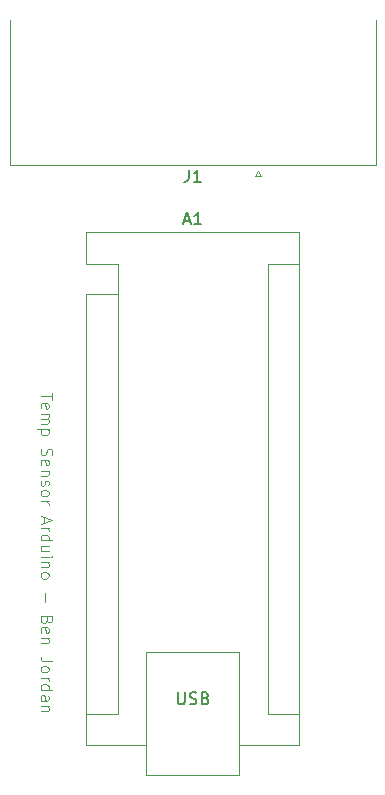
<source format=gto>
%TF.GenerationSoftware,KiCad,Pcbnew,8.0.3*%
%TF.CreationDate,2024-07-08T14:58:30-04:00*%
%TF.ProjectId,TempSensorArduino,54656d70-5365-46e7-936f-724172647569,rev?*%
%TF.SameCoordinates,Original*%
%TF.FileFunction,Legend,Top*%
%TF.FilePolarity,Positive*%
%FSLAX46Y46*%
G04 Gerber Fmt 4.6, Leading zero omitted, Abs format (unit mm)*
G04 Created by KiCad (PCBNEW 8.0.3) date 2024-07-08 14:58:30*
%MOMM*%
%LPD*%
G01*
G04 APERTURE LIST*
%ADD10C,0.100000*%
%ADD11C,0.150000*%
%ADD12C,0.120000*%
%ADD13R,1.600000X1.600000*%
%ADD14O,1.600000X1.600000*%
%ADD15C,4.000000*%
%ADD16C,1.600000*%
G04 APERTURE END LIST*
D10*
X143627580Y-93661027D02*
X143627580Y-94232455D01*
X142627580Y-93946741D02*
X143627580Y-93946741D01*
X142675200Y-94946741D02*
X142627580Y-94851503D01*
X142627580Y-94851503D02*
X142627580Y-94661027D01*
X142627580Y-94661027D02*
X142675200Y-94565789D01*
X142675200Y-94565789D02*
X142770438Y-94518170D01*
X142770438Y-94518170D02*
X143151390Y-94518170D01*
X143151390Y-94518170D02*
X143246628Y-94565789D01*
X143246628Y-94565789D02*
X143294247Y-94661027D01*
X143294247Y-94661027D02*
X143294247Y-94851503D01*
X143294247Y-94851503D02*
X143246628Y-94946741D01*
X143246628Y-94946741D02*
X143151390Y-94994360D01*
X143151390Y-94994360D02*
X143056152Y-94994360D01*
X143056152Y-94994360D02*
X142960914Y-94518170D01*
X142627580Y-95422932D02*
X143294247Y-95422932D01*
X143199009Y-95422932D02*
X143246628Y-95470551D01*
X143246628Y-95470551D02*
X143294247Y-95565789D01*
X143294247Y-95565789D02*
X143294247Y-95708646D01*
X143294247Y-95708646D02*
X143246628Y-95803884D01*
X143246628Y-95803884D02*
X143151390Y-95851503D01*
X143151390Y-95851503D02*
X142627580Y-95851503D01*
X143151390Y-95851503D02*
X143246628Y-95899122D01*
X143246628Y-95899122D02*
X143294247Y-95994360D01*
X143294247Y-95994360D02*
X143294247Y-96137217D01*
X143294247Y-96137217D02*
X143246628Y-96232456D01*
X143246628Y-96232456D02*
X143151390Y-96280075D01*
X143151390Y-96280075D02*
X142627580Y-96280075D01*
X143294247Y-96756265D02*
X142294247Y-96756265D01*
X143246628Y-96756265D02*
X143294247Y-96851503D01*
X143294247Y-96851503D02*
X143294247Y-97041979D01*
X143294247Y-97041979D02*
X143246628Y-97137217D01*
X143246628Y-97137217D02*
X143199009Y-97184836D01*
X143199009Y-97184836D02*
X143103771Y-97232455D01*
X143103771Y-97232455D02*
X142818057Y-97232455D01*
X142818057Y-97232455D02*
X142722819Y-97184836D01*
X142722819Y-97184836D02*
X142675200Y-97137217D01*
X142675200Y-97137217D02*
X142627580Y-97041979D01*
X142627580Y-97041979D02*
X142627580Y-96851503D01*
X142627580Y-96851503D02*
X142675200Y-96756265D01*
X142675200Y-98375313D02*
X142627580Y-98518170D01*
X142627580Y-98518170D02*
X142627580Y-98756265D01*
X142627580Y-98756265D02*
X142675200Y-98851503D01*
X142675200Y-98851503D02*
X142722819Y-98899122D01*
X142722819Y-98899122D02*
X142818057Y-98946741D01*
X142818057Y-98946741D02*
X142913295Y-98946741D01*
X142913295Y-98946741D02*
X143008533Y-98899122D01*
X143008533Y-98899122D02*
X143056152Y-98851503D01*
X143056152Y-98851503D02*
X143103771Y-98756265D01*
X143103771Y-98756265D02*
X143151390Y-98565789D01*
X143151390Y-98565789D02*
X143199009Y-98470551D01*
X143199009Y-98470551D02*
X143246628Y-98422932D01*
X143246628Y-98422932D02*
X143341866Y-98375313D01*
X143341866Y-98375313D02*
X143437104Y-98375313D01*
X143437104Y-98375313D02*
X143532342Y-98422932D01*
X143532342Y-98422932D02*
X143579961Y-98470551D01*
X143579961Y-98470551D02*
X143627580Y-98565789D01*
X143627580Y-98565789D02*
X143627580Y-98803884D01*
X143627580Y-98803884D02*
X143579961Y-98946741D01*
X142675200Y-99756265D02*
X142627580Y-99661027D01*
X142627580Y-99661027D02*
X142627580Y-99470551D01*
X142627580Y-99470551D02*
X142675200Y-99375313D01*
X142675200Y-99375313D02*
X142770438Y-99327694D01*
X142770438Y-99327694D02*
X143151390Y-99327694D01*
X143151390Y-99327694D02*
X143246628Y-99375313D01*
X143246628Y-99375313D02*
X143294247Y-99470551D01*
X143294247Y-99470551D02*
X143294247Y-99661027D01*
X143294247Y-99661027D02*
X143246628Y-99756265D01*
X143246628Y-99756265D02*
X143151390Y-99803884D01*
X143151390Y-99803884D02*
X143056152Y-99803884D01*
X143056152Y-99803884D02*
X142960914Y-99327694D01*
X143294247Y-100232456D02*
X142627580Y-100232456D01*
X143199009Y-100232456D02*
X143246628Y-100280075D01*
X143246628Y-100280075D02*
X143294247Y-100375313D01*
X143294247Y-100375313D02*
X143294247Y-100518170D01*
X143294247Y-100518170D02*
X143246628Y-100613408D01*
X143246628Y-100613408D02*
X143151390Y-100661027D01*
X143151390Y-100661027D02*
X142627580Y-100661027D01*
X142675200Y-101089599D02*
X142627580Y-101184837D01*
X142627580Y-101184837D02*
X142627580Y-101375313D01*
X142627580Y-101375313D02*
X142675200Y-101470551D01*
X142675200Y-101470551D02*
X142770438Y-101518170D01*
X142770438Y-101518170D02*
X142818057Y-101518170D01*
X142818057Y-101518170D02*
X142913295Y-101470551D01*
X142913295Y-101470551D02*
X142960914Y-101375313D01*
X142960914Y-101375313D02*
X142960914Y-101232456D01*
X142960914Y-101232456D02*
X143008533Y-101137218D01*
X143008533Y-101137218D02*
X143103771Y-101089599D01*
X143103771Y-101089599D02*
X143151390Y-101089599D01*
X143151390Y-101089599D02*
X143246628Y-101137218D01*
X143246628Y-101137218D02*
X143294247Y-101232456D01*
X143294247Y-101232456D02*
X143294247Y-101375313D01*
X143294247Y-101375313D02*
X143246628Y-101470551D01*
X142627580Y-102089599D02*
X142675200Y-101994361D01*
X142675200Y-101994361D02*
X142722819Y-101946742D01*
X142722819Y-101946742D02*
X142818057Y-101899123D01*
X142818057Y-101899123D02*
X143103771Y-101899123D01*
X143103771Y-101899123D02*
X143199009Y-101946742D01*
X143199009Y-101946742D02*
X143246628Y-101994361D01*
X143246628Y-101994361D02*
X143294247Y-102089599D01*
X143294247Y-102089599D02*
X143294247Y-102232456D01*
X143294247Y-102232456D02*
X143246628Y-102327694D01*
X143246628Y-102327694D02*
X143199009Y-102375313D01*
X143199009Y-102375313D02*
X143103771Y-102422932D01*
X143103771Y-102422932D02*
X142818057Y-102422932D01*
X142818057Y-102422932D02*
X142722819Y-102375313D01*
X142722819Y-102375313D02*
X142675200Y-102327694D01*
X142675200Y-102327694D02*
X142627580Y-102232456D01*
X142627580Y-102232456D02*
X142627580Y-102089599D01*
X142627580Y-102851504D02*
X143294247Y-102851504D01*
X143103771Y-102851504D02*
X143199009Y-102899123D01*
X143199009Y-102899123D02*
X143246628Y-102946742D01*
X143246628Y-102946742D02*
X143294247Y-103041980D01*
X143294247Y-103041980D02*
X143294247Y-103137218D01*
X142913295Y-104184838D02*
X142913295Y-104661028D01*
X142627580Y-104089600D02*
X143627580Y-104422933D01*
X143627580Y-104422933D02*
X142627580Y-104756266D01*
X142627580Y-105089600D02*
X143294247Y-105089600D01*
X143103771Y-105089600D02*
X143199009Y-105137219D01*
X143199009Y-105137219D02*
X143246628Y-105184838D01*
X143246628Y-105184838D02*
X143294247Y-105280076D01*
X143294247Y-105280076D02*
X143294247Y-105375314D01*
X142627580Y-106137219D02*
X143627580Y-106137219D01*
X142675200Y-106137219D02*
X142627580Y-106041981D01*
X142627580Y-106041981D02*
X142627580Y-105851505D01*
X142627580Y-105851505D02*
X142675200Y-105756267D01*
X142675200Y-105756267D02*
X142722819Y-105708648D01*
X142722819Y-105708648D02*
X142818057Y-105661029D01*
X142818057Y-105661029D02*
X143103771Y-105661029D01*
X143103771Y-105661029D02*
X143199009Y-105708648D01*
X143199009Y-105708648D02*
X143246628Y-105756267D01*
X143246628Y-105756267D02*
X143294247Y-105851505D01*
X143294247Y-105851505D02*
X143294247Y-106041981D01*
X143294247Y-106041981D02*
X143246628Y-106137219D01*
X143294247Y-107041981D02*
X142627580Y-107041981D01*
X143294247Y-106613410D02*
X142770438Y-106613410D01*
X142770438Y-106613410D02*
X142675200Y-106661029D01*
X142675200Y-106661029D02*
X142627580Y-106756267D01*
X142627580Y-106756267D02*
X142627580Y-106899124D01*
X142627580Y-106899124D02*
X142675200Y-106994362D01*
X142675200Y-106994362D02*
X142722819Y-107041981D01*
X142627580Y-107518172D02*
X143294247Y-107518172D01*
X143627580Y-107518172D02*
X143579961Y-107470553D01*
X143579961Y-107470553D02*
X143532342Y-107518172D01*
X143532342Y-107518172D02*
X143579961Y-107565791D01*
X143579961Y-107565791D02*
X143627580Y-107518172D01*
X143627580Y-107518172D02*
X143532342Y-107518172D01*
X143294247Y-107994362D02*
X142627580Y-107994362D01*
X143199009Y-107994362D02*
X143246628Y-108041981D01*
X143246628Y-108041981D02*
X143294247Y-108137219D01*
X143294247Y-108137219D02*
X143294247Y-108280076D01*
X143294247Y-108280076D02*
X143246628Y-108375314D01*
X143246628Y-108375314D02*
X143151390Y-108422933D01*
X143151390Y-108422933D02*
X142627580Y-108422933D01*
X142627580Y-109041981D02*
X142675200Y-108946743D01*
X142675200Y-108946743D02*
X142722819Y-108899124D01*
X142722819Y-108899124D02*
X142818057Y-108851505D01*
X142818057Y-108851505D02*
X143103771Y-108851505D01*
X143103771Y-108851505D02*
X143199009Y-108899124D01*
X143199009Y-108899124D02*
X143246628Y-108946743D01*
X143246628Y-108946743D02*
X143294247Y-109041981D01*
X143294247Y-109041981D02*
X143294247Y-109184838D01*
X143294247Y-109184838D02*
X143246628Y-109280076D01*
X143246628Y-109280076D02*
X143199009Y-109327695D01*
X143199009Y-109327695D02*
X143103771Y-109375314D01*
X143103771Y-109375314D02*
X142818057Y-109375314D01*
X142818057Y-109375314D02*
X142722819Y-109327695D01*
X142722819Y-109327695D02*
X142675200Y-109280076D01*
X142675200Y-109280076D02*
X142627580Y-109184838D01*
X142627580Y-109184838D02*
X142627580Y-109041981D01*
X143008533Y-110565791D02*
X143008533Y-111327696D01*
X143151390Y-112899124D02*
X143103771Y-113041981D01*
X143103771Y-113041981D02*
X143056152Y-113089600D01*
X143056152Y-113089600D02*
X142960914Y-113137219D01*
X142960914Y-113137219D02*
X142818057Y-113137219D01*
X142818057Y-113137219D02*
X142722819Y-113089600D01*
X142722819Y-113089600D02*
X142675200Y-113041981D01*
X142675200Y-113041981D02*
X142627580Y-112946743D01*
X142627580Y-112946743D02*
X142627580Y-112565791D01*
X142627580Y-112565791D02*
X143627580Y-112565791D01*
X143627580Y-112565791D02*
X143627580Y-112899124D01*
X143627580Y-112899124D02*
X143579961Y-112994362D01*
X143579961Y-112994362D02*
X143532342Y-113041981D01*
X143532342Y-113041981D02*
X143437104Y-113089600D01*
X143437104Y-113089600D02*
X143341866Y-113089600D01*
X143341866Y-113089600D02*
X143246628Y-113041981D01*
X143246628Y-113041981D02*
X143199009Y-112994362D01*
X143199009Y-112994362D02*
X143151390Y-112899124D01*
X143151390Y-112899124D02*
X143151390Y-112565791D01*
X142675200Y-113946743D02*
X142627580Y-113851505D01*
X142627580Y-113851505D02*
X142627580Y-113661029D01*
X142627580Y-113661029D02*
X142675200Y-113565791D01*
X142675200Y-113565791D02*
X142770438Y-113518172D01*
X142770438Y-113518172D02*
X143151390Y-113518172D01*
X143151390Y-113518172D02*
X143246628Y-113565791D01*
X143246628Y-113565791D02*
X143294247Y-113661029D01*
X143294247Y-113661029D02*
X143294247Y-113851505D01*
X143294247Y-113851505D02*
X143246628Y-113946743D01*
X143246628Y-113946743D02*
X143151390Y-113994362D01*
X143151390Y-113994362D02*
X143056152Y-113994362D01*
X143056152Y-113994362D02*
X142960914Y-113518172D01*
X143294247Y-114422934D02*
X142627580Y-114422934D01*
X143199009Y-114422934D02*
X143246628Y-114470553D01*
X143246628Y-114470553D02*
X143294247Y-114565791D01*
X143294247Y-114565791D02*
X143294247Y-114708648D01*
X143294247Y-114708648D02*
X143246628Y-114803886D01*
X143246628Y-114803886D02*
X143151390Y-114851505D01*
X143151390Y-114851505D02*
X142627580Y-114851505D01*
X143627580Y-116375315D02*
X142913295Y-116375315D01*
X142913295Y-116375315D02*
X142770438Y-116327696D01*
X142770438Y-116327696D02*
X142675200Y-116232458D01*
X142675200Y-116232458D02*
X142627580Y-116089601D01*
X142627580Y-116089601D02*
X142627580Y-115994363D01*
X142627580Y-116994363D02*
X142675200Y-116899125D01*
X142675200Y-116899125D02*
X142722819Y-116851506D01*
X142722819Y-116851506D02*
X142818057Y-116803887D01*
X142818057Y-116803887D02*
X143103771Y-116803887D01*
X143103771Y-116803887D02*
X143199009Y-116851506D01*
X143199009Y-116851506D02*
X143246628Y-116899125D01*
X143246628Y-116899125D02*
X143294247Y-116994363D01*
X143294247Y-116994363D02*
X143294247Y-117137220D01*
X143294247Y-117137220D02*
X143246628Y-117232458D01*
X143246628Y-117232458D02*
X143199009Y-117280077D01*
X143199009Y-117280077D02*
X143103771Y-117327696D01*
X143103771Y-117327696D02*
X142818057Y-117327696D01*
X142818057Y-117327696D02*
X142722819Y-117280077D01*
X142722819Y-117280077D02*
X142675200Y-117232458D01*
X142675200Y-117232458D02*
X142627580Y-117137220D01*
X142627580Y-117137220D02*
X142627580Y-116994363D01*
X142627580Y-117756268D02*
X143294247Y-117756268D01*
X143103771Y-117756268D02*
X143199009Y-117803887D01*
X143199009Y-117803887D02*
X143246628Y-117851506D01*
X143246628Y-117851506D02*
X143294247Y-117946744D01*
X143294247Y-117946744D02*
X143294247Y-118041982D01*
X142627580Y-118803887D02*
X143627580Y-118803887D01*
X142675200Y-118803887D02*
X142627580Y-118708649D01*
X142627580Y-118708649D02*
X142627580Y-118518173D01*
X142627580Y-118518173D02*
X142675200Y-118422935D01*
X142675200Y-118422935D02*
X142722819Y-118375316D01*
X142722819Y-118375316D02*
X142818057Y-118327697D01*
X142818057Y-118327697D02*
X143103771Y-118327697D01*
X143103771Y-118327697D02*
X143199009Y-118375316D01*
X143199009Y-118375316D02*
X143246628Y-118422935D01*
X143246628Y-118422935D02*
X143294247Y-118518173D01*
X143294247Y-118518173D02*
X143294247Y-118708649D01*
X143294247Y-118708649D02*
X143246628Y-118803887D01*
X142627580Y-119708649D02*
X143151390Y-119708649D01*
X143151390Y-119708649D02*
X143246628Y-119661030D01*
X143246628Y-119661030D02*
X143294247Y-119565792D01*
X143294247Y-119565792D02*
X143294247Y-119375316D01*
X143294247Y-119375316D02*
X143246628Y-119280078D01*
X142675200Y-119708649D02*
X142627580Y-119613411D01*
X142627580Y-119613411D02*
X142627580Y-119375316D01*
X142627580Y-119375316D02*
X142675200Y-119280078D01*
X142675200Y-119280078D02*
X142770438Y-119232459D01*
X142770438Y-119232459D02*
X142865676Y-119232459D01*
X142865676Y-119232459D02*
X142960914Y-119280078D01*
X142960914Y-119280078D02*
X143008533Y-119375316D01*
X143008533Y-119375316D02*
X143008533Y-119613411D01*
X143008533Y-119613411D02*
X143056152Y-119708649D01*
X143294247Y-120184840D02*
X142627580Y-120184840D01*
X143199009Y-120184840D02*
X143246628Y-120232459D01*
X143246628Y-120232459D02*
X143294247Y-120327697D01*
X143294247Y-120327697D02*
X143294247Y-120470554D01*
X143294247Y-120470554D02*
X143246628Y-120565792D01*
X143246628Y-120565792D02*
X143151390Y-120613411D01*
X143151390Y-120613411D02*
X142627580Y-120613411D01*
D11*
X154795714Y-79089104D02*
X155271904Y-79089104D01*
X154700476Y-79374819D02*
X155033809Y-78374819D01*
X155033809Y-78374819D02*
X155367142Y-79374819D01*
X156224285Y-79374819D02*
X155652857Y-79374819D01*
X155938571Y-79374819D02*
X155938571Y-78374819D01*
X155938571Y-78374819D02*
X155843333Y-78517676D01*
X155843333Y-78517676D02*
X155748095Y-78612914D01*
X155748095Y-78612914D02*
X155652857Y-78660533D01*
X154248095Y-119014819D02*
X154248095Y-119824342D01*
X154248095Y-119824342D02*
X154295714Y-119919580D01*
X154295714Y-119919580D02*
X154343333Y-119967200D01*
X154343333Y-119967200D02*
X154438571Y-120014819D01*
X154438571Y-120014819D02*
X154629047Y-120014819D01*
X154629047Y-120014819D02*
X154724285Y-119967200D01*
X154724285Y-119967200D02*
X154771904Y-119919580D01*
X154771904Y-119919580D02*
X154819523Y-119824342D01*
X154819523Y-119824342D02*
X154819523Y-119014819D01*
X155248095Y-119967200D02*
X155390952Y-120014819D01*
X155390952Y-120014819D02*
X155629047Y-120014819D01*
X155629047Y-120014819D02*
X155724285Y-119967200D01*
X155724285Y-119967200D02*
X155771904Y-119919580D01*
X155771904Y-119919580D02*
X155819523Y-119824342D01*
X155819523Y-119824342D02*
X155819523Y-119729104D01*
X155819523Y-119729104D02*
X155771904Y-119633866D01*
X155771904Y-119633866D02*
X155724285Y-119586247D01*
X155724285Y-119586247D02*
X155629047Y-119538628D01*
X155629047Y-119538628D02*
X155438571Y-119491009D01*
X155438571Y-119491009D02*
X155343333Y-119443390D01*
X155343333Y-119443390D02*
X155295714Y-119395771D01*
X155295714Y-119395771D02*
X155248095Y-119300533D01*
X155248095Y-119300533D02*
X155248095Y-119205295D01*
X155248095Y-119205295D02*
X155295714Y-119110057D01*
X155295714Y-119110057D02*
X155343333Y-119062438D01*
X155343333Y-119062438D02*
X155438571Y-119014819D01*
X155438571Y-119014819D02*
X155676666Y-119014819D01*
X155676666Y-119014819D02*
X155819523Y-119062438D01*
X156581428Y-119491009D02*
X156724285Y-119538628D01*
X156724285Y-119538628D02*
X156771904Y-119586247D01*
X156771904Y-119586247D02*
X156819523Y-119681485D01*
X156819523Y-119681485D02*
X156819523Y-119824342D01*
X156819523Y-119824342D02*
X156771904Y-119919580D01*
X156771904Y-119919580D02*
X156724285Y-119967200D01*
X156724285Y-119967200D02*
X156629047Y-120014819D01*
X156629047Y-120014819D02*
X156248095Y-120014819D01*
X156248095Y-120014819D02*
X156248095Y-119014819D01*
X156248095Y-119014819D02*
X156581428Y-119014819D01*
X156581428Y-119014819D02*
X156676666Y-119062438D01*
X156676666Y-119062438D02*
X156724285Y-119110057D01*
X156724285Y-119110057D02*
X156771904Y-119205295D01*
X156771904Y-119205295D02*
X156771904Y-119300533D01*
X156771904Y-119300533D02*
X156724285Y-119395771D01*
X156724285Y-119395771D02*
X156676666Y-119443390D01*
X156676666Y-119443390D02*
X156581428Y-119491009D01*
X156581428Y-119491009D02*
X156248095Y-119491009D01*
X155176666Y-74785150D02*
X155176666Y-75499435D01*
X155176666Y-75499435D02*
X155129047Y-75642292D01*
X155129047Y-75642292D02*
X155033809Y-75737531D01*
X155033809Y-75737531D02*
X154890952Y-75785150D01*
X154890952Y-75785150D02*
X154795714Y-75785150D01*
X156176666Y-75785150D02*
X155605238Y-75785150D01*
X155890952Y-75785150D02*
X155890952Y-74785150D01*
X155890952Y-74785150D02*
X155795714Y-74928007D01*
X155795714Y-74928007D02*
X155700476Y-75023245D01*
X155700476Y-75023245D02*
X155605238Y-75070864D01*
D12*
%TO.C,A1*%
X146490000Y-80060000D02*
X146490000Y-82730000D01*
X146490000Y-85270000D02*
X146490000Y-123500000D01*
X146490000Y-123500000D02*
X151570000Y-123500000D01*
X149160000Y-82730000D02*
X146490000Y-82730000D01*
X149160000Y-85270000D02*
X146490000Y-85270000D01*
X149160000Y-85270000D02*
X149160000Y-82730000D01*
X149160000Y-85270000D02*
X149160000Y-120830000D01*
X149160000Y-120830000D02*
X146490000Y-120830000D01*
X151570000Y-115620000D02*
X159450000Y-115620000D01*
X151570000Y-126040000D02*
X151570000Y-115620000D01*
X159450000Y-115620000D02*
X159450000Y-126040000D01*
X159450000Y-126040000D02*
X151570000Y-126040000D01*
X161860000Y-82730000D02*
X161860000Y-120830000D01*
X161860000Y-82730000D02*
X164530000Y-82730000D01*
X161860000Y-120830000D02*
X164530000Y-120830000D01*
X164530000Y-80060000D02*
X146490000Y-80060000D01*
X164530000Y-123500000D02*
X159450000Y-123500000D01*
X164530000Y-123500000D02*
X164530000Y-80060000D01*
%TO.C,J1*%
X140025000Y-74390331D02*
X140025000Y-62050331D01*
X160800000Y-75284669D02*
X161050000Y-74851656D01*
X161050000Y-74851656D02*
X161300000Y-75284669D01*
X161300000Y-75284669D02*
X160800000Y-75284669D01*
X170995000Y-62050331D02*
X170995000Y-74390331D01*
X170995000Y-74390331D02*
X140025000Y-74390331D01*
%TD*%
%LPC*%
D13*
%TO.C,A1*%
X147890000Y-84000000D03*
D14*
X147890000Y-86540000D03*
X147890000Y-89080000D03*
X147890000Y-91620000D03*
X147890000Y-94160000D03*
X147890000Y-96700000D03*
X147890000Y-99240000D03*
X147890000Y-101780000D03*
X147890000Y-104320000D03*
X147890000Y-106860000D03*
X147890000Y-109400000D03*
X147890000Y-111940000D03*
X147890000Y-114480000D03*
X147890000Y-117020000D03*
X147890000Y-119560000D03*
X163130000Y-119560000D03*
X163130000Y-117020000D03*
X163130000Y-114480000D03*
X163130000Y-111940000D03*
X163130000Y-109400000D03*
X163130000Y-106860000D03*
X163130000Y-104320000D03*
X163130000Y-101780000D03*
X163130000Y-99240000D03*
X163130000Y-96700000D03*
X163130000Y-94160000D03*
X163130000Y-91620000D03*
X163130000Y-89080000D03*
X163130000Y-86540000D03*
X163130000Y-84000000D03*
%TD*%
D15*
%TO.C,J1*%
X168010000Y-71110331D03*
X143010000Y-71110331D03*
D13*
X161050000Y-72530331D03*
D16*
X158280000Y-72530331D03*
X155510000Y-72530331D03*
X152740000Y-72530331D03*
X149970000Y-72530331D03*
X159665000Y-69690331D03*
X156895000Y-69690331D03*
X154125000Y-69690331D03*
X151355000Y-69690331D03*
%TD*%
%LPD*%
M02*

</source>
